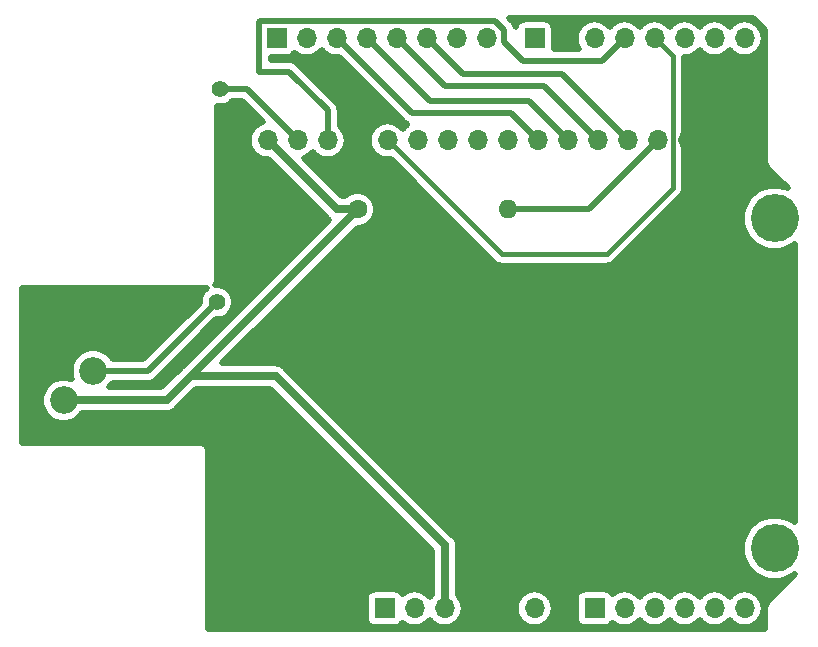
<source format=gbr>
G04 #@! TF.GenerationSoftware,KiCad,Pcbnew,5.0.2+dfsg1-1*
G04 #@! TF.CreationDate,2019-07-03T18:41:53+02:00*
G04 #@! TF.ProjectId,Ethernet_Display,45746865-726e-4657-945f-446973706c61,rev?*
G04 #@! TF.SameCoordinates,PX1170d80PY427e378*
G04 #@! TF.FileFunction,Copper,L2,Bot*
G04 #@! TF.FilePolarity,Positive*
%FSLAX46Y46*%
G04 Gerber Fmt 4.6, Leading zero omitted, Abs format (unit mm)*
G04 Created by KiCad (PCBNEW 5.0.2+dfsg1-1) date Mi 03 Jul 2019 18:41:53 CEST*
%MOMM*%
%LPD*%
G01*
G04 APERTURE LIST*
G04 #@! TA.AperFunction,ComponentPad*
%ADD10C,2.340000*%
G04 #@! TD*
G04 #@! TA.AperFunction,ComponentPad*
%ADD11O,1.600000X1.600000*%
G04 #@! TD*
G04 #@! TA.AperFunction,ComponentPad*
%ADD12C,1.600000*%
G04 #@! TD*
G04 #@! TA.AperFunction,ComponentPad*
%ADD13O,1.700000X1.700000*%
G04 #@! TD*
G04 #@! TA.AperFunction,ComponentPad*
%ADD14R,1.700000X1.700000*%
G04 #@! TD*
G04 #@! TA.AperFunction,ComponentPad*
%ADD15C,4.064000*%
G04 #@! TD*
G04 #@! TA.AperFunction,ViaPad*
%ADD16C,1.400000*%
G04 #@! TD*
G04 #@! TA.AperFunction,Conductor*
%ADD17C,0.700000*%
G04 #@! TD*
G04 #@! TA.AperFunction,Conductor*
%ADD18C,0.400000*%
G04 #@! TD*
G04 #@! TA.AperFunction,Conductor*
%ADD19C,0.500000*%
G04 #@! TD*
G04 APERTURE END LIST*
D10*
G04 #@! TO.P,RV1,3*
G04 #@! TO.N,+5V*
X5842000Y20146000D03*
G04 #@! TO.P,RV1,2*
G04 #@! TO.N,Net-(J6-Pad3)*
X8342000Y22646000D03*
G04 #@! TO.P,RV1,1*
G04 #@! TO.N,GND*
X5842000Y25146000D03*
G04 #@! TD*
D11*
G04 #@! TO.P,R1,2*
G04 #@! TO.N,Net-(J6-Pad15)*
X43434000Y36322000D03*
D12*
G04 #@! TO.P,R1,1*
G04 #@! TO.N,+5V*
X30734000Y36322000D03*
G04 #@! TD*
D13*
G04 #@! TO.P,J6,16*
G04 #@! TO.N,GND*
X58674000Y42164000D03*
G04 #@! TO.P,J6,15*
G04 #@! TO.N,Net-(J6-Pad15)*
X56134000Y42164000D03*
G04 #@! TO.P,J6,14*
G04 #@! TO.N,D2*
X53594000Y42164000D03*
G04 #@! TO.P,J6,13*
G04 #@! TO.N,D3*
X51054000Y42164000D03*
G04 #@! TO.P,J6,12*
G04 #@! TO.N,D4*
X48514000Y42164000D03*
G04 #@! TO.P,J6,11*
G04 #@! TO.N,D5*
X45974000Y42164000D03*
G04 #@! TO.P,J6,10*
G04 #@! TO.N,Net-(J6-Pad10)*
X43434000Y42164000D03*
G04 #@! TO.P,J6,9*
G04 #@! TO.N,Net-(J6-Pad9)*
X40894000Y42164000D03*
G04 #@! TO.P,J6,8*
G04 #@! TO.N,Net-(J6-Pad8)*
X38354000Y42164000D03*
G04 #@! TO.P,J6,7*
G04 #@! TO.N,Net-(J6-Pad7)*
X35814000Y42164000D03*
G04 #@! TO.P,J6,6*
G04 #@! TO.N,D11*
X33274000Y42164000D03*
G04 #@! TO.P,J6,5*
G04 #@! TO.N,GND*
X30734000Y42164000D03*
G04 #@! TO.P,J6,4*
G04 #@! TO.N,D12*
X28194000Y42164000D03*
G04 #@! TO.P,J6,3*
G04 #@! TO.N,Net-(J6-Pad3)*
X25654000Y42164000D03*
G04 #@! TO.P,J6,2*
G04 #@! TO.N,+5V*
X23114000Y42164000D03*
D14*
G04 #@! TO.P,J6,1*
G04 #@! TO.N,GND*
X20574000Y42164000D03*
G04 #@! TD*
D13*
G04 #@! TO.P,J5,8*
G04 #@! TO.N,D0*
X41657000Y50800000D03*
G04 #@! TO.P,J5,7*
G04 #@! TO.N,D1*
X39117000Y50800000D03*
G04 #@! TO.P,J5,6*
G04 #@! TO.N,D2*
X36577000Y50800000D03*
G04 #@! TO.P,J5,5*
G04 #@! TO.N,D3*
X34037000Y50800000D03*
G04 #@! TO.P,J5,4*
G04 #@! TO.N,D4*
X31497000Y50800000D03*
G04 #@! TO.P,J5,3*
G04 #@! TO.N,D5*
X28957000Y50800000D03*
G04 #@! TO.P,J5,2*
G04 #@! TO.N,D6*
X26417000Y50800000D03*
D14*
G04 #@! TO.P,J5,1*
G04 #@! TO.N,D7*
X23877000Y50800000D03*
G04 #@! TD*
D13*
G04 #@! TO.P,J4,8*
G04 #@! TO.N,D8*
X63500000Y50800000D03*
G04 #@! TO.P,J4,7*
G04 #@! TO.N,D9*
X60960000Y50800000D03*
G04 #@! TO.P,J4,6*
G04 #@! TO.N,D10*
X58420000Y50800000D03*
G04 #@! TO.P,J4,5*
G04 #@! TO.N,D11*
X55880000Y50800000D03*
G04 #@! TO.P,J4,4*
G04 #@! TO.N,D12*
X53340000Y50800000D03*
G04 #@! TO.P,J4,3*
G04 #@! TO.N,D13*
X50800000Y50800000D03*
G04 #@! TO.P,J4,2*
G04 #@! TO.N,GND*
X48260000Y50800000D03*
D14*
G04 #@! TO.P,J4,1*
G04 #@! TO.N,AREF*
X45720000Y50800000D03*
G04 #@! TD*
D13*
G04 #@! TO.P,J2,6*
G04 #@! TO.N,A5*
X63500000Y2540000D03*
G04 #@! TO.P,J2,5*
G04 #@! TO.N,A4*
X60960000Y2540000D03*
G04 #@! TO.P,J2,4*
G04 #@! TO.N,A3*
X58420000Y2540000D03*
G04 #@! TO.P,J2,3*
G04 #@! TO.N,A2*
X55880000Y2540000D03*
G04 #@! TO.P,J2,2*
G04 #@! TO.N,A1*
X53340000Y2540000D03*
D14*
G04 #@! TO.P,J2,1*
G04 #@! TO.N,A0*
X50800000Y2540000D03*
G04 #@! TD*
D13*
G04 #@! TO.P,J1,6*
G04 #@! TO.N,Vin*
X45720000Y2540000D03*
G04 #@! TO.P,J1,5*
G04 #@! TO.N,GND*
X43180000Y2540000D03*
G04 #@! TO.P,J1,4*
X40640000Y2540000D03*
G04 #@! TO.P,J1,3*
G04 #@! TO.N,+5V*
X38100000Y2540000D03*
G04 #@! TO.P,J1,2*
G04 #@! TO.N,+3V3*
X35560000Y2540000D03*
D14*
G04 #@! TO.P,J1,1*
G04 #@! TO.N,RESET*
X33020000Y2540000D03*
G04 #@! TD*
D15*
G04 #@! TO.P,P6,1*
G04 #@! TO.N,Net-(P6-Pad1)*
X66040000Y7620000D03*
G04 #@! TD*
G04 #@! TO.P,P8,1*
G04 #@! TO.N,Net-(P8-Pad1)*
X66040000Y35560000D03*
G04 #@! TD*
D16*
G04 #@! TO.N,Net-(J6-Pad3)*
X19050004Y46482000D03*
X18796000Y28448000D03*
G04 #@! TD*
D17*
G04 #@! TO.N,+5V*
X28956000Y36322000D02*
X23114000Y42164000D01*
X30734000Y36322000D02*
X28956000Y36322000D01*
X16590000Y22178000D02*
X30734000Y36322000D01*
X38100000Y2540000D02*
X38100000Y7874000D01*
X38100000Y7874000D02*
X23796000Y22178000D01*
X23796000Y22178000D02*
X16590000Y22178000D01*
X14558000Y20146000D02*
X5842000Y20146000D01*
X16590000Y22178000D02*
X14558000Y20146000D01*
D18*
G04 #@! TO.N,D11*
X42926000Y32512000D02*
X34123999Y41314001D01*
X55880000Y50800000D02*
X57404000Y49276000D01*
X34123999Y41314001D02*
X33274000Y42164000D01*
X57404000Y49276000D02*
X57404000Y38100000D01*
X57404000Y38100000D02*
X51816000Y32512000D01*
X51816000Y32512000D02*
X42926000Y32512000D01*
D19*
G04 #@! TO.N,D12*
X42377001Y52300001D02*
X22506999Y52300001D01*
X43157001Y51520001D02*
X42377001Y52300001D01*
X44743989Y48906009D02*
X43157001Y50492997D01*
X43157001Y50492997D02*
X43157001Y51520001D01*
X53340000Y50800000D02*
X51446009Y48906009D01*
X51446009Y48906009D02*
X44743989Y48906009D01*
X22506999Y52300001D02*
X22376999Y52170001D01*
X22376999Y52170001D02*
X22376999Y47981001D01*
X28194000Y42164000D02*
X28194000Y44704000D01*
X24916999Y47981001D02*
X22376999Y47981001D01*
X28194000Y44704000D02*
X24916999Y47981001D01*
G04 #@! TO.N,D2*
X37426999Y49950001D02*
X36577000Y50800000D01*
X48006000Y47752000D02*
X39625000Y47752000D01*
X39625000Y47752000D02*
X37426999Y49950001D01*
X53594000Y42164000D02*
X48006000Y47752000D01*
G04 #@! TO.N,D3*
X34886999Y49950001D02*
X34037000Y50800000D01*
X38101000Y46736000D02*
X34886999Y49950001D01*
X46482000Y46736000D02*
X38101000Y46736000D01*
X51054000Y42164000D02*
X46482000Y46736000D01*
G04 #@! TO.N,D4*
X32346999Y49950001D02*
X31497000Y50800000D01*
X36831000Y45466000D02*
X32346999Y49950001D01*
X45212000Y45466000D02*
X36831000Y45466000D01*
X48514000Y42164000D02*
X45212000Y45466000D01*
G04 #@! TO.N,D5*
X35307000Y44450000D02*
X29806999Y49950001D01*
X29806999Y49950001D02*
X28957000Y50800000D01*
X43688000Y44450000D02*
X35307000Y44450000D01*
X45974000Y42164000D02*
X43688000Y44450000D01*
G04 #@! TO.N,Net-(J6-Pad15)*
X50292000Y36322000D02*
X56134000Y42164000D01*
X43434000Y36322000D02*
X50292000Y36322000D01*
G04 #@! TO.N,Net-(J6-Pad3)*
X21336000Y46482000D02*
X20039953Y46482000D01*
X20039953Y46482000D02*
X19050004Y46482000D01*
X25654000Y42164000D02*
X21336000Y46482000D01*
X12994000Y22646000D02*
X18096001Y27748001D01*
X8342000Y22646000D02*
X12994000Y22646000D01*
X18096001Y27748001D02*
X18796000Y28448000D01*
G04 #@! TD*
G04 #@! TO.N,GND*
G36*
X65215001Y51474273D02*
X65215000Y40426513D01*
X65211010Y40386000D01*
X65215000Y40345487D01*
X65215000Y40345480D01*
X65226938Y40224273D01*
X65274112Y40068760D01*
X65350719Y39925438D01*
X65453815Y39799815D01*
X65485296Y39773979D01*
X67146307Y38112967D01*
X66851479Y38235089D01*
X66314003Y38342000D01*
X65765997Y38342000D01*
X65228521Y38235089D01*
X64722229Y38025376D01*
X64266578Y37720921D01*
X63879079Y37333422D01*
X63574624Y36877771D01*
X63364911Y36371479D01*
X63258000Y35834003D01*
X63258000Y35285997D01*
X63364911Y34748521D01*
X63574624Y34242229D01*
X63879079Y33786578D01*
X64266578Y33399079D01*
X64722229Y33094624D01*
X65228521Y32884911D01*
X65765997Y32778000D01*
X66314003Y32778000D01*
X66851479Y32884911D01*
X67357771Y33094624D01*
X67755001Y33360043D01*
X67755000Y9819957D01*
X67357771Y10085376D01*
X66851479Y10295089D01*
X66314003Y10402000D01*
X65765997Y10402000D01*
X65228521Y10295089D01*
X64722229Y10085376D01*
X64266578Y9780921D01*
X63879079Y9393422D01*
X63574624Y8937771D01*
X63364911Y8431479D01*
X63258000Y7894003D01*
X63258000Y7345997D01*
X63364911Y6808521D01*
X63574624Y6302229D01*
X63879079Y5846578D01*
X64266578Y5459079D01*
X64722229Y5154624D01*
X65228521Y4944911D01*
X65765997Y4838000D01*
X66314003Y4838000D01*
X66851479Y4944911D01*
X67357771Y5154624D01*
X67749928Y5416654D01*
X65485291Y3152016D01*
X65453816Y3126185D01*
X65350720Y3000563D01*
X65274113Y2857241D01*
X65226938Y2701728D01*
X65211010Y2540000D01*
X65215001Y2499477D01*
X65215000Y825000D01*
X18097000Y825000D01*
X18097000Y15707479D01*
X18100991Y15748000D01*
X18085062Y15909728D01*
X18037888Y16065241D01*
X17961281Y16208563D01*
X17858185Y16334185D01*
X17732563Y16437281D01*
X17589241Y16513888D01*
X17433728Y16561062D01*
X17312521Y16573000D01*
X17272000Y16576991D01*
X17231479Y16573000D01*
X2349000Y16573000D01*
X2349000Y29655000D01*
X17992472Y29655000D01*
X17871679Y29574289D01*
X17669711Y29372321D01*
X17511027Y29134833D01*
X17401723Y28870949D01*
X17346000Y28590813D01*
X17346000Y28412213D01*
X12579788Y23646000D01*
X9982986Y23646000D01*
X9833361Y23869929D01*
X9565929Y24137361D01*
X9251461Y24347482D01*
X8902043Y24492215D01*
X8531103Y24566000D01*
X8152897Y24566000D01*
X7781957Y24492215D01*
X7432539Y24347482D01*
X7118071Y24137361D01*
X6850639Y23869929D01*
X6640518Y23555461D01*
X6495785Y23206043D01*
X6422000Y22835103D01*
X6422000Y22456897D01*
X6495785Y22085957D01*
X6562070Y21925930D01*
X6402043Y21992215D01*
X6031103Y22066000D01*
X5652897Y22066000D01*
X5281957Y21992215D01*
X4932539Y21847482D01*
X4618071Y21637361D01*
X4350639Y21369929D01*
X4140518Y21055461D01*
X3995785Y20706043D01*
X3922000Y20335103D01*
X3922000Y19956897D01*
X3995785Y19585957D01*
X4140518Y19236539D01*
X4350639Y18922071D01*
X4618071Y18654639D01*
X4932539Y18444518D01*
X5281957Y18299785D01*
X5652897Y18226000D01*
X6031103Y18226000D01*
X6402043Y18299785D01*
X6751461Y18444518D01*
X7065929Y18654639D01*
X7333361Y18922071D01*
X7416168Y19046000D01*
X14503966Y19046000D01*
X14558000Y19040678D01*
X14612034Y19046000D01*
X14612036Y19046000D01*
X14773638Y19061916D01*
X14980988Y19124816D01*
X15172084Y19226958D01*
X15339581Y19364419D01*
X15374033Y19406399D01*
X17045635Y21078000D01*
X23340366Y21078000D01*
X37000001Y7418364D01*
X37000000Y3707083D01*
X36963155Y3676845D01*
X36830000Y3514595D01*
X36696845Y3676845D01*
X36453213Y3876788D01*
X36175256Y4025359D01*
X35873655Y4116849D01*
X35638597Y4140000D01*
X35481403Y4140000D01*
X35246345Y4116849D01*
X34944744Y4025359D01*
X34666787Y3876788D01*
X34523205Y3758954D01*
X34496619Y3808693D01*
X34402895Y3922895D01*
X34288693Y4016619D01*
X34158401Y4086261D01*
X34017026Y4129147D01*
X33870000Y4143628D01*
X32170000Y4143628D01*
X32022974Y4129147D01*
X31881599Y4086261D01*
X31751307Y4016619D01*
X31637105Y3922895D01*
X31543381Y3808693D01*
X31473739Y3678401D01*
X31430853Y3537026D01*
X31416372Y3390000D01*
X31416372Y1690000D01*
X31430853Y1542974D01*
X31473739Y1401599D01*
X31543381Y1271307D01*
X31637105Y1157105D01*
X31751307Y1063381D01*
X31881599Y993739D01*
X32022974Y950853D01*
X32170000Y936372D01*
X33870000Y936372D01*
X34017026Y950853D01*
X34158401Y993739D01*
X34288693Y1063381D01*
X34402895Y1157105D01*
X34496619Y1271307D01*
X34523205Y1321046D01*
X34666787Y1203212D01*
X34944744Y1054641D01*
X35246345Y963151D01*
X35481403Y940000D01*
X35638597Y940000D01*
X35873655Y963151D01*
X36175256Y1054641D01*
X36453213Y1203212D01*
X36696845Y1403155D01*
X36830000Y1565405D01*
X36963155Y1403155D01*
X37206787Y1203212D01*
X37484744Y1054641D01*
X37786345Y963151D01*
X38021403Y940000D01*
X38178597Y940000D01*
X38413655Y963151D01*
X38715256Y1054641D01*
X38993213Y1203212D01*
X39236845Y1403155D01*
X39436788Y1646787D01*
X39585359Y1924744D01*
X39676849Y2226345D01*
X39707741Y2540000D01*
X44112259Y2540000D01*
X44143151Y2226345D01*
X44234641Y1924744D01*
X44383212Y1646787D01*
X44583155Y1403155D01*
X44826787Y1203212D01*
X45104744Y1054641D01*
X45406345Y963151D01*
X45641403Y940000D01*
X45798597Y940000D01*
X46033655Y963151D01*
X46335256Y1054641D01*
X46613213Y1203212D01*
X46856845Y1403155D01*
X47056788Y1646787D01*
X47205359Y1924744D01*
X47296849Y2226345D01*
X47327741Y2540000D01*
X47296849Y2853655D01*
X47205359Y3155256D01*
X47079886Y3390000D01*
X49196372Y3390000D01*
X49196372Y1690000D01*
X49210853Y1542974D01*
X49253739Y1401599D01*
X49323381Y1271307D01*
X49417105Y1157105D01*
X49531307Y1063381D01*
X49661599Y993739D01*
X49802974Y950853D01*
X49950000Y936372D01*
X51650000Y936372D01*
X51797026Y950853D01*
X51938401Y993739D01*
X52068693Y1063381D01*
X52182895Y1157105D01*
X52276619Y1271307D01*
X52303205Y1321046D01*
X52446787Y1203212D01*
X52724744Y1054641D01*
X53026345Y963151D01*
X53261403Y940000D01*
X53418597Y940000D01*
X53653655Y963151D01*
X53955256Y1054641D01*
X54233213Y1203212D01*
X54476845Y1403155D01*
X54610000Y1565405D01*
X54743155Y1403155D01*
X54986787Y1203212D01*
X55264744Y1054641D01*
X55566345Y963151D01*
X55801403Y940000D01*
X55958597Y940000D01*
X56193655Y963151D01*
X56495256Y1054641D01*
X56773213Y1203212D01*
X57016845Y1403155D01*
X57150000Y1565405D01*
X57283155Y1403155D01*
X57526787Y1203212D01*
X57804744Y1054641D01*
X58106345Y963151D01*
X58341403Y940000D01*
X58498597Y940000D01*
X58733655Y963151D01*
X59035256Y1054641D01*
X59313213Y1203212D01*
X59556845Y1403155D01*
X59690000Y1565405D01*
X59823155Y1403155D01*
X60066787Y1203212D01*
X60344744Y1054641D01*
X60646345Y963151D01*
X60881403Y940000D01*
X61038597Y940000D01*
X61273655Y963151D01*
X61575256Y1054641D01*
X61853213Y1203212D01*
X62096845Y1403155D01*
X62230000Y1565405D01*
X62363155Y1403155D01*
X62606787Y1203212D01*
X62884744Y1054641D01*
X63186345Y963151D01*
X63421403Y940000D01*
X63578597Y940000D01*
X63813655Y963151D01*
X64115256Y1054641D01*
X64393213Y1203212D01*
X64636845Y1403155D01*
X64836788Y1646787D01*
X64985359Y1924744D01*
X65076849Y2226345D01*
X65107741Y2540000D01*
X65076849Y2853655D01*
X64985359Y3155256D01*
X64836788Y3433213D01*
X64636845Y3676845D01*
X64393213Y3876788D01*
X64115256Y4025359D01*
X63813655Y4116849D01*
X63578597Y4140000D01*
X63421403Y4140000D01*
X63186345Y4116849D01*
X62884744Y4025359D01*
X62606787Y3876788D01*
X62363155Y3676845D01*
X62230000Y3514595D01*
X62096845Y3676845D01*
X61853213Y3876788D01*
X61575256Y4025359D01*
X61273655Y4116849D01*
X61038597Y4140000D01*
X60881403Y4140000D01*
X60646345Y4116849D01*
X60344744Y4025359D01*
X60066787Y3876788D01*
X59823155Y3676845D01*
X59690000Y3514595D01*
X59556845Y3676845D01*
X59313213Y3876788D01*
X59035256Y4025359D01*
X58733655Y4116849D01*
X58498597Y4140000D01*
X58341403Y4140000D01*
X58106345Y4116849D01*
X57804744Y4025359D01*
X57526787Y3876788D01*
X57283155Y3676845D01*
X57150000Y3514595D01*
X57016845Y3676845D01*
X56773213Y3876788D01*
X56495256Y4025359D01*
X56193655Y4116849D01*
X55958597Y4140000D01*
X55801403Y4140000D01*
X55566345Y4116849D01*
X55264744Y4025359D01*
X54986787Y3876788D01*
X54743155Y3676845D01*
X54610000Y3514595D01*
X54476845Y3676845D01*
X54233213Y3876788D01*
X53955256Y4025359D01*
X53653655Y4116849D01*
X53418597Y4140000D01*
X53261403Y4140000D01*
X53026345Y4116849D01*
X52724744Y4025359D01*
X52446787Y3876788D01*
X52303205Y3758954D01*
X52276619Y3808693D01*
X52182895Y3922895D01*
X52068693Y4016619D01*
X51938401Y4086261D01*
X51797026Y4129147D01*
X51650000Y4143628D01*
X49950000Y4143628D01*
X49802974Y4129147D01*
X49661599Y4086261D01*
X49531307Y4016619D01*
X49417105Y3922895D01*
X49323381Y3808693D01*
X49253739Y3678401D01*
X49210853Y3537026D01*
X49196372Y3390000D01*
X47079886Y3390000D01*
X47056788Y3433213D01*
X46856845Y3676845D01*
X46613213Y3876788D01*
X46335256Y4025359D01*
X46033655Y4116849D01*
X45798597Y4140000D01*
X45641403Y4140000D01*
X45406345Y4116849D01*
X45104744Y4025359D01*
X44826787Y3876788D01*
X44583155Y3676845D01*
X44383212Y3433213D01*
X44234641Y3155256D01*
X44143151Y2853655D01*
X44112259Y2540000D01*
X39707741Y2540000D01*
X39676849Y2853655D01*
X39585359Y3155256D01*
X39436788Y3433213D01*
X39236845Y3676845D01*
X39200000Y3707083D01*
X39200000Y7819966D01*
X39205322Y7874000D01*
X39200000Y7928036D01*
X39184084Y8089638D01*
X39121184Y8296988D01*
X39019042Y8488084D01*
X38881581Y8655581D01*
X38839606Y8690029D01*
X24612033Y22917601D01*
X24577581Y22959581D01*
X24410084Y23097042D01*
X24218988Y23199184D01*
X24011638Y23262084D01*
X23850036Y23278000D01*
X23850034Y23278000D01*
X23796000Y23283322D01*
X23741966Y23278000D01*
X19245634Y23278000D01*
X30739634Y34772000D01*
X30886662Y34772000D01*
X31186118Y34831565D01*
X31468200Y34948408D01*
X31722068Y35118036D01*
X31937964Y35333932D01*
X32107592Y35587800D01*
X32224435Y35869882D01*
X32284000Y36169338D01*
X32284000Y36474662D01*
X32224435Y36774118D01*
X32107592Y37056200D01*
X31937964Y37310068D01*
X31722068Y37525964D01*
X31468200Y37695592D01*
X31186118Y37812435D01*
X30886662Y37872000D01*
X30581338Y37872000D01*
X30281882Y37812435D01*
X29999800Y37695592D01*
X29745932Y37525964D01*
X29641968Y37422000D01*
X29411634Y37422000D01*
X26181587Y40652047D01*
X26269256Y40678641D01*
X26547213Y40827212D01*
X26790845Y41027155D01*
X26924000Y41189405D01*
X27057155Y41027155D01*
X27300787Y40827212D01*
X27578744Y40678641D01*
X27880345Y40587151D01*
X28115403Y40564000D01*
X28272597Y40564000D01*
X28507655Y40587151D01*
X28809256Y40678641D01*
X29087213Y40827212D01*
X29330845Y41027155D01*
X29530788Y41270787D01*
X29679359Y41548744D01*
X29770849Y41850345D01*
X29801741Y42164000D01*
X29770849Y42477655D01*
X29679359Y42779256D01*
X29530788Y43057213D01*
X29330845Y43300845D01*
X29194000Y43413150D01*
X29194000Y44654883D01*
X29198838Y44704001D01*
X29185981Y44834535D01*
X29179530Y44900034D01*
X29122349Y45088535D01*
X29029492Y45262258D01*
X28904528Y45414528D01*
X28866368Y45445845D01*
X25658848Y48653364D01*
X25627527Y48691529D01*
X25475257Y48816493D01*
X25301534Y48909350D01*
X25113033Y48966531D01*
X24966119Y48981001D01*
X24916999Y48985839D01*
X24867879Y48981001D01*
X23376999Y48981001D01*
X23376999Y49196372D01*
X24727000Y49196372D01*
X24874026Y49210853D01*
X25015401Y49253739D01*
X25145693Y49323381D01*
X25259895Y49417105D01*
X25353619Y49531307D01*
X25380205Y49581046D01*
X25523787Y49463212D01*
X25801744Y49314641D01*
X26103345Y49223151D01*
X26338403Y49200000D01*
X26495597Y49200000D01*
X26730655Y49223151D01*
X27032256Y49314641D01*
X27310213Y49463212D01*
X27553845Y49663155D01*
X27687000Y49825405D01*
X27820155Y49663155D01*
X28063787Y49463212D01*
X28341744Y49314641D01*
X28643345Y49223151D01*
X28878403Y49200000D01*
X29035597Y49200000D01*
X29133176Y49209611D01*
X29134625Y49208162D01*
X29134631Y49208157D01*
X34565155Y43777632D01*
X34596472Y43739472D01*
X34748742Y43614508D01*
X34922465Y43521651D01*
X34946295Y43514422D01*
X34920787Y43500788D01*
X34677155Y43300845D01*
X34544000Y43138595D01*
X34410845Y43300845D01*
X34167213Y43500788D01*
X33889256Y43649359D01*
X33587655Y43740849D01*
X33352597Y43764000D01*
X33195403Y43764000D01*
X32960345Y43740849D01*
X32658744Y43649359D01*
X32380787Y43500788D01*
X32137155Y43300845D01*
X31937212Y43057213D01*
X31788641Y42779256D01*
X31697151Y42477655D01*
X31666259Y42164000D01*
X31697151Y41850345D01*
X31788641Y41548744D01*
X31937212Y41270787D01*
X32137155Y41027155D01*
X32380787Y40827212D01*
X32658744Y40678641D01*
X32960345Y40587151D01*
X33195403Y40564000D01*
X33352597Y40564000D01*
X33514547Y40579951D01*
X42221254Y31873243D01*
X42250999Y31836999D01*
X42287242Y31807255D01*
X42287245Y31807252D01*
X42364951Y31743480D01*
X42395655Y31718282D01*
X42560692Y31630068D01*
X42739768Y31575746D01*
X42879335Y31562000D01*
X42879345Y31562000D01*
X42925999Y31557405D01*
X42972654Y31562000D01*
X51769346Y31562000D01*
X51816000Y31557405D01*
X51862654Y31562000D01*
X51862665Y31562000D01*
X52002232Y31575746D01*
X52181308Y31630068D01*
X52346345Y31718282D01*
X52491001Y31836999D01*
X52520750Y31873248D01*
X58042757Y37395254D01*
X58079001Y37424999D01*
X58161862Y37525964D01*
X58197717Y37569654D01*
X58223031Y37617013D01*
X58285932Y37734692D01*
X58340254Y37913768D01*
X58354000Y38053335D01*
X58354000Y38053344D01*
X58358595Y38099999D01*
X58354000Y38146654D01*
X58354000Y49200000D01*
X58498597Y49200000D01*
X58733655Y49223151D01*
X59035256Y49314641D01*
X59313213Y49463212D01*
X59556845Y49663155D01*
X59690000Y49825405D01*
X59823155Y49663155D01*
X60066787Y49463212D01*
X60344744Y49314641D01*
X60646345Y49223151D01*
X60881403Y49200000D01*
X61038597Y49200000D01*
X61273655Y49223151D01*
X61575256Y49314641D01*
X61853213Y49463212D01*
X62096845Y49663155D01*
X62230000Y49825405D01*
X62363155Y49663155D01*
X62606787Y49463212D01*
X62884744Y49314641D01*
X63186345Y49223151D01*
X63421403Y49200000D01*
X63578597Y49200000D01*
X63813655Y49223151D01*
X64115256Y49314641D01*
X64393213Y49463212D01*
X64636845Y49663155D01*
X64836788Y49906787D01*
X64985359Y50184744D01*
X65076849Y50486345D01*
X65107741Y50800000D01*
X65076849Y51113655D01*
X64985359Y51415256D01*
X64836788Y51693213D01*
X64636845Y51936845D01*
X64393213Y52136788D01*
X64115256Y52285359D01*
X63813655Y52376849D01*
X63578597Y52400000D01*
X63421403Y52400000D01*
X63186345Y52376849D01*
X62884744Y52285359D01*
X62606787Y52136788D01*
X62363155Y51936845D01*
X62230000Y51774595D01*
X62096845Y51936845D01*
X61853213Y52136788D01*
X61575256Y52285359D01*
X61273655Y52376849D01*
X61038597Y52400000D01*
X60881403Y52400000D01*
X60646345Y52376849D01*
X60344744Y52285359D01*
X60066787Y52136788D01*
X59823155Y51936845D01*
X59690000Y51774595D01*
X59556845Y51936845D01*
X59313213Y52136788D01*
X59035256Y52285359D01*
X58733655Y52376849D01*
X58498597Y52400000D01*
X58341403Y52400000D01*
X58106345Y52376849D01*
X57804744Y52285359D01*
X57526787Y52136788D01*
X57283155Y51936845D01*
X57150000Y51774595D01*
X57016845Y51936845D01*
X56773213Y52136788D01*
X56495256Y52285359D01*
X56193655Y52376849D01*
X55958597Y52400000D01*
X55801403Y52400000D01*
X55566345Y52376849D01*
X55264744Y52285359D01*
X54986787Y52136788D01*
X54743155Y51936845D01*
X54610000Y51774595D01*
X54476845Y51936845D01*
X54233213Y52136788D01*
X53955256Y52285359D01*
X53653655Y52376849D01*
X53418597Y52400000D01*
X53261403Y52400000D01*
X53026345Y52376849D01*
X52724744Y52285359D01*
X52446787Y52136788D01*
X52203155Y51936845D01*
X52070000Y51774595D01*
X51936845Y51936845D01*
X51693213Y52136788D01*
X51415256Y52285359D01*
X51113655Y52376849D01*
X50878597Y52400000D01*
X50721403Y52400000D01*
X50486345Y52376849D01*
X50184744Y52285359D01*
X49906787Y52136788D01*
X49663155Y51936845D01*
X49463212Y51693213D01*
X49314641Y51415256D01*
X49223151Y51113655D01*
X49192259Y50800000D01*
X49223151Y50486345D01*
X49314641Y50184744D01*
X49463212Y49906787D01*
X49463850Y49906009D01*
X47319295Y49906009D01*
X47323628Y49950000D01*
X47323628Y51650000D01*
X47309147Y51797026D01*
X47266261Y51938401D01*
X47196619Y52068693D01*
X47102895Y52182895D01*
X46988693Y52276619D01*
X46858401Y52346261D01*
X46717026Y52389147D01*
X46570000Y52403628D01*
X44870000Y52403628D01*
X44722974Y52389147D01*
X44581599Y52346261D01*
X44451307Y52276619D01*
X44337105Y52182895D01*
X44243381Y52068693D01*
X44173739Y51938401D01*
X44130853Y51797026D01*
X44127694Y51764948D01*
X44085350Y51904536D01*
X43992493Y52078259D01*
X43898841Y52192375D01*
X43867529Y52230529D01*
X43829374Y52261842D01*
X43576215Y52515000D01*
X64174275Y52515000D01*
X65215001Y51474273D01*
X65215001Y51474273D01*
G37*
X65215001Y51474273D02*
X65215000Y40426513D01*
X65211010Y40386000D01*
X65215000Y40345487D01*
X65215000Y40345480D01*
X65226938Y40224273D01*
X65274112Y40068760D01*
X65350719Y39925438D01*
X65453815Y39799815D01*
X65485296Y39773979D01*
X67146307Y38112967D01*
X66851479Y38235089D01*
X66314003Y38342000D01*
X65765997Y38342000D01*
X65228521Y38235089D01*
X64722229Y38025376D01*
X64266578Y37720921D01*
X63879079Y37333422D01*
X63574624Y36877771D01*
X63364911Y36371479D01*
X63258000Y35834003D01*
X63258000Y35285997D01*
X63364911Y34748521D01*
X63574624Y34242229D01*
X63879079Y33786578D01*
X64266578Y33399079D01*
X64722229Y33094624D01*
X65228521Y32884911D01*
X65765997Y32778000D01*
X66314003Y32778000D01*
X66851479Y32884911D01*
X67357771Y33094624D01*
X67755001Y33360043D01*
X67755000Y9819957D01*
X67357771Y10085376D01*
X66851479Y10295089D01*
X66314003Y10402000D01*
X65765997Y10402000D01*
X65228521Y10295089D01*
X64722229Y10085376D01*
X64266578Y9780921D01*
X63879079Y9393422D01*
X63574624Y8937771D01*
X63364911Y8431479D01*
X63258000Y7894003D01*
X63258000Y7345997D01*
X63364911Y6808521D01*
X63574624Y6302229D01*
X63879079Y5846578D01*
X64266578Y5459079D01*
X64722229Y5154624D01*
X65228521Y4944911D01*
X65765997Y4838000D01*
X66314003Y4838000D01*
X66851479Y4944911D01*
X67357771Y5154624D01*
X67749928Y5416654D01*
X65485291Y3152016D01*
X65453816Y3126185D01*
X65350720Y3000563D01*
X65274113Y2857241D01*
X65226938Y2701728D01*
X65211010Y2540000D01*
X65215001Y2499477D01*
X65215000Y825000D01*
X18097000Y825000D01*
X18097000Y15707479D01*
X18100991Y15748000D01*
X18085062Y15909728D01*
X18037888Y16065241D01*
X17961281Y16208563D01*
X17858185Y16334185D01*
X17732563Y16437281D01*
X17589241Y16513888D01*
X17433728Y16561062D01*
X17312521Y16573000D01*
X17272000Y16576991D01*
X17231479Y16573000D01*
X2349000Y16573000D01*
X2349000Y29655000D01*
X17992472Y29655000D01*
X17871679Y29574289D01*
X17669711Y29372321D01*
X17511027Y29134833D01*
X17401723Y28870949D01*
X17346000Y28590813D01*
X17346000Y28412213D01*
X12579788Y23646000D01*
X9982986Y23646000D01*
X9833361Y23869929D01*
X9565929Y24137361D01*
X9251461Y24347482D01*
X8902043Y24492215D01*
X8531103Y24566000D01*
X8152897Y24566000D01*
X7781957Y24492215D01*
X7432539Y24347482D01*
X7118071Y24137361D01*
X6850639Y23869929D01*
X6640518Y23555461D01*
X6495785Y23206043D01*
X6422000Y22835103D01*
X6422000Y22456897D01*
X6495785Y22085957D01*
X6562070Y21925930D01*
X6402043Y21992215D01*
X6031103Y22066000D01*
X5652897Y22066000D01*
X5281957Y21992215D01*
X4932539Y21847482D01*
X4618071Y21637361D01*
X4350639Y21369929D01*
X4140518Y21055461D01*
X3995785Y20706043D01*
X3922000Y20335103D01*
X3922000Y19956897D01*
X3995785Y19585957D01*
X4140518Y19236539D01*
X4350639Y18922071D01*
X4618071Y18654639D01*
X4932539Y18444518D01*
X5281957Y18299785D01*
X5652897Y18226000D01*
X6031103Y18226000D01*
X6402043Y18299785D01*
X6751461Y18444518D01*
X7065929Y18654639D01*
X7333361Y18922071D01*
X7416168Y19046000D01*
X14503966Y19046000D01*
X14558000Y19040678D01*
X14612034Y19046000D01*
X14612036Y19046000D01*
X14773638Y19061916D01*
X14980988Y19124816D01*
X15172084Y19226958D01*
X15339581Y19364419D01*
X15374033Y19406399D01*
X17045635Y21078000D01*
X23340366Y21078000D01*
X37000001Y7418364D01*
X37000000Y3707083D01*
X36963155Y3676845D01*
X36830000Y3514595D01*
X36696845Y3676845D01*
X36453213Y3876788D01*
X36175256Y4025359D01*
X35873655Y4116849D01*
X35638597Y4140000D01*
X35481403Y4140000D01*
X35246345Y4116849D01*
X34944744Y4025359D01*
X34666787Y3876788D01*
X34523205Y3758954D01*
X34496619Y3808693D01*
X34402895Y3922895D01*
X34288693Y4016619D01*
X34158401Y4086261D01*
X34017026Y4129147D01*
X33870000Y4143628D01*
X32170000Y4143628D01*
X32022974Y4129147D01*
X31881599Y4086261D01*
X31751307Y4016619D01*
X31637105Y3922895D01*
X31543381Y3808693D01*
X31473739Y3678401D01*
X31430853Y3537026D01*
X31416372Y3390000D01*
X31416372Y1690000D01*
X31430853Y1542974D01*
X31473739Y1401599D01*
X31543381Y1271307D01*
X31637105Y1157105D01*
X31751307Y1063381D01*
X31881599Y993739D01*
X32022974Y950853D01*
X32170000Y936372D01*
X33870000Y936372D01*
X34017026Y950853D01*
X34158401Y993739D01*
X34288693Y1063381D01*
X34402895Y1157105D01*
X34496619Y1271307D01*
X34523205Y1321046D01*
X34666787Y1203212D01*
X34944744Y1054641D01*
X35246345Y963151D01*
X35481403Y940000D01*
X35638597Y940000D01*
X35873655Y963151D01*
X36175256Y1054641D01*
X36453213Y1203212D01*
X36696845Y1403155D01*
X36830000Y1565405D01*
X36963155Y1403155D01*
X37206787Y1203212D01*
X37484744Y1054641D01*
X37786345Y963151D01*
X38021403Y940000D01*
X38178597Y940000D01*
X38413655Y963151D01*
X38715256Y1054641D01*
X38993213Y1203212D01*
X39236845Y1403155D01*
X39436788Y1646787D01*
X39585359Y1924744D01*
X39676849Y2226345D01*
X39707741Y2540000D01*
X44112259Y2540000D01*
X44143151Y2226345D01*
X44234641Y1924744D01*
X44383212Y1646787D01*
X44583155Y1403155D01*
X44826787Y1203212D01*
X45104744Y1054641D01*
X45406345Y963151D01*
X45641403Y940000D01*
X45798597Y940000D01*
X46033655Y963151D01*
X46335256Y1054641D01*
X46613213Y1203212D01*
X46856845Y1403155D01*
X47056788Y1646787D01*
X47205359Y1924744D01*
X47296849Y2226345D01*
X47327741Y2540000D01*
X47296849Y2853655D01*
X47205359Y3155256D01*
X47079886Y3390000D01*
X49196372Y3390000D01*
X49196372Y1690000D01*
X49210853Y1542974D01*
X49253739Y1401599D01*
X49323381Y1271307D01*
X49417105Y1157105D01*
X49531307Y1063381D01*
X49661599Y993739D01*
X49802974Y950853D01*
X49950000Y936372D01*
X51650000Y936372D01*
X51797026Y950853D01*
X51938401Y993739D01*
X52068693Y1063381D01*
X52182895Y1157105D01*
X52276619Y1271307D01*
X52303205Y1321046D01*
X52446787Y1203212D01*
X52724744Y1054641D01*
X53026345Y963151D01*
X53261403Y940000D01*
X53418597Y940000D01*
X53653655Y963151D01*
X53955256Y1054641D01*
X54233213Y1203212D01*
X54476845Y1403155D01*
X54610000Y1565405D01*
X54743155Y1403155D01*
X54986787Y1203212D01*
X55264744Y1054641D01*
X55566345Y963151D01*
X55801403Y940000D01*
X55958597Y940000D01*
X56193655Y963151D01*
X56495256Y1054641D01*
X56773213Y1203212D01*
X57016845Y1403155D01*
X57150000Y1565405D01*
X57283155Y1403155D01*
X57526787Y1203212D01*
X57804744Y1054641D01*
X58106345Y963151D01*
X58341403Y940000D01*
X58498597Y940000D01*
X58733655Y963151D01*
X59035256Y1054641D01*
X59313213Y1203212D01*
X59556845Y1403155D01*
X59690000Y1565405D01*
X59823155Y1403155D01*
X60066787Y1203212D01*
X60344744Y1054641D01*
X60646345Y963151D01*
X60881403Y940000D01*
X61038597Y940000D01*
X61273655Y963151D01*
X61575256Y1054641D01*
X61853213Y1203212D01*
X62096845Y1403155D01*
X62230000Y1565405D01*
X62363155Y1403155D01*
X62606787Y1203212D01*
X62884744Y1054641D01*
X63186345Y963151D01*
X63421403Y940000D01*
X63578597Y940000D01*
X63813655Y963151D01*
X64115256Y1054641D01*
X64393213Y1203212D01*
X64636845Y1403155D01*
X64836788Y1646787D01*
X64985359Y1924744D01*
X65076849Y2226345D01*
X65107741Y2540000D01*
X65076849Y2853655D01*
X64985359Y3155256D01*
X64836788Y3433213D01*
X64636845Y3676845D01*
X64393213Y3876788D01*
X64115256Y4025359D01*
X63813655Y4116849D01*
X63578597Y4140000D01*
X63421403Y4140000D01*
X63186345Y4116849D01*
X62884744Y4025359D01*
X62606787Y3876788D01*
X62363155Y3676845D01*
X62230000Y3514595D01*
X62096845Y3676845D01*
X61853213Y3876788D01*
X61575256Y4025359D01*
X61273655Y4116849D01*
X61038597Y4140000D01*
X60881403Y4140000D01*
X60646345Y4116849D01*
X60344744Y4025359D01*
X60066787Y3876788D01*
X59823155Y3676845D01*
X59690000Y3514595D01*
X59556845Y3676845D01*
X59313213Y3876788D01*
X59035256Y4025359D01*
X58733655Y4116849D01*
X58498597Y4140000D01*
X58341403Y4140000D01*
X58106345Y4116849D01*
X57804744Y4025359D01*
X57526787Y3876788D01*
X57283155Y3676845D01*
X57150000Y3514595D01*
X57016845Y3676845D01*
X56773213Y3876788D01*
X56495256Y4025359D01*
X56193655Y4116849D01*
X55958597Y4140000D01*
X55801403Y4140000D01*
X55566345Y4116849D01*
X55264744Y4025359D01*
X54986787Y3876788D01*
X54743155Y3676845D01*
X54610000Y3514595D01*
X54476845Y3676845D01*
X54233213Y3876788D01*
X53955256Y4025359D01*
X53653655Y4116849D01*
X53418597Y4140000D01*
X53261403Y4140000D01*
X53026345Y4116849D01*
X52724744Y4025359D01*
X52446787Y3876788D01*
X52303205Y3758954D01*
X52276619Y3808693D01*
X52182895Y3922895D01*
X52068693Y4016619D01*
X51938401Y4086261D01*
X51797026Y4129147D01*
X51650000Y4143628D01*
X49950000Y4143628D01*
X49802974Y4129147D01*
X49661599Y4086261D01*
X49531307Y4016619D01*
X49417105Y3922895D01*
X49323381Y3808693D01*
X49253739Y3678401D01*
X49210853Y3537026D01*
X49196372Y3390000D01*
X47079886Y3390000D01*
X47056788Y3433213D01*
X46856845Y3676845D01*
X46613213Y3876788D01*
X46335256Y4025359D01*
X46033655Y4116849D01*
X45798597Y4140000D01*
X45641403Y4140000D01*
X45406345Y4116849D01*
X45104744Y4025359D01*
X44826787Y3876788D01*
X44583155Y3676845D01*
X44383212Y3433213D01*
X44234641Y3155256D01*
X44143151Y2853655D01*
X44112259Y2540000D01*
X39707741Y2540000D01*
X39676849Y2853655D01*
X39585359Y3155256D01*
X39436788Y3433213D01*
X39236845Y3676845D01*
X39200000Y3707083D01*
X39200000Y7819966D01*
X39205322Y7874000D01*
X39200000Y7928036D01*
X39184084Y8089638D01*
X39121184Y8296988D01*
X39019042Y8488084D01*
X38881581Y8655581D01*
X38839606Y8690029D01*
X24612033Y22917601D01*
X24577581Y22959581D01*
X24410084Y23097042D01*
X24218988Y23199184D01*
X24011638Y23262084D01*
X23850036Y23278000D01*
X23850034Y23278000D01*
X23796000Y23283322D01*
X23741966Y23278000D01*
X19245634Y23278000D01*
X30739634Y34772000D01*
X30886662Y34772000D01*
X31186118Y34831565D01*
X31468200Y34948408D01*
X31722068Y35118036D01*
X31937964Y35333932D01*
X32107592Y35587800D01*
X32224435Y35869882D01*
X32284000Y36169338D01*
X32284000Y36474662D01*
X32224435Y36774118D01*
X32107592Y37056200D01*
X31937964Y37310068D01*
X31722068Y37525964D01*
X31468200Y37695592D01*
X31186118Y37812435D01*
X30886662Y37872000D01*
X30581338Y37872000D01*
X30281882Y37812435D01*
X29999800Y37695592D01*
X29745932Y37525964D01*
X29641968Y37422000D01*
X29411634Y37422000D01*
X26181587Y40652047D01*
X26269256Y40678641D01*
X26547213Y40827212D01*
X26790845Y41027155D01*
X26924000Y41189405D01*
X27057155Y41027155D01*
X27300787Y40827212D01*
X27578744Y40678641D01*
X27880345Y40587151D01*
X28115403Y40564000D01*
X28272597Y40564000D01*
X28507655Y40587151D01*
X28809256Y40678641D01*
X29087213Y40827212D01*
X29330845Y41027155D01*
X29530788Y41270787D01*
X29679359Y41548744D01*
X29770849Y41850345D01*
X29801741Y42164000D01*
X29770849Y42477655D01*
X29679359Y42779256D01*
X29530788Y43057213D01*
X29330845Y43300845D01*
X29194000Y43413150D01*
X29194000Y44654883D01*
X29198838Y44704001D01*
X29185981Y44834535D01*
X29179530Y44900034D01*
X29122349Y45088535D01*
X29029492Y45262258D01*
X28904528Y45414528D01*
X28866368Y45445845D01*
X25658848Y48653364D01*
X25627527Y48691529D01*
X25475257Y48816493D01*
X25301534Y48909350D01*
X25113033Y48966531D01*
X24966119Y48981001D01*
X24916999Y48985839D01*
X24867879Y48981001D01*
X23376999Y48981001D01*
X23376999Y49196372D01*
X24727000Y49196372D01*
X24874026Y49210853D01*
X25015401Y49253739D01*
X25145693Y49323381D01*
X25259895Y49417105D01*
X25353619Y49531307D01*
X25380205Y49581046D01*
X25523787Y49463212D01*
X25801744Y49314641D01*
X26103345Y49223151D01*
X26338403Y49200000D01*
X26495597Y49200000D01*
X26730655Y49223151D01*
X27032256Y49314641D01*
X27310213Y49463212D01*
X27553845Y49663155D01*
X27687000Y49825405D01*
X27820155Y49663155D01*
X28063787Y49463212D01*
X28341744Y49314641D01*
X28643345Y49223151D01*
X28878403Y49200000D01*
X29035597Y49200000D01*
X29133176Y49209611D01*
X29134625Y49208162D01*
X29134631Y49208157D01*
X34565155Y43777632D01*
X34596472Y43739472D01*
X34748742Y43614508D01*
X34922465Y43521651D01*
X34946295Y43514422D01*
X34920787Y43500788D01*
X34677155Y43300845D01*
X34544000Y43138595D01*
X34410845Y43300845D01*
X34167213Y43500788D01*
X33889256Y43649359D01*
X33587655Y43740849D01*
X33352597Y43764000D01*
X33195403Y43764000D01*
X32960345Y43740849D01*
X32658744Y43649359D01*
X32380787Y43500788D01*
X32137155Y43300845D01*
X31937212Y43057213D01*
X31788641Y42779256D01*
X31697151Y42477655D01*
X31666259Y42164000D01*
X31697151Y41850345D01*
X31788641Y41548744D01*
X31937212Y41270787D01*
X32137155Y41027155D01*
X32380787Y40827212D01*
X32658744Y40678641D01*
X32960345Y40587151D01*
X33195403Y40564000D01*
X33352597Y40564000D01*
X33514547Y40579951D01*
X42221254Y31873243D01*
X42250999Y31836999D01*
X42287242Y31807255D01*
X42287245Y31807252D01*
X42364951Y31743480D01*
X42395655Y31718282D01*
X42560692Y31630068D01*
X42739768Y31575746D01*
X42879335Y31562000D01*
X42879345Y31562000D01*
X42925999Y31557405D01*
X42972654Y31562000D01*
X51769346Y31562000D01*
X51816000Y31557405D01*
X51862654Y31562000D01*
X51862665Y31562000D01*
X52002232Y31575746D01*
X52181308Y31630068D01*
X52346345Y31718282D01*
X52491001Y31836999D01*
X52520750Y31873248D01*
X58042757Y37395254D01*
X58079001Y37424999D01*
X58161862Y37525964D01*
X58197717Y37569654D01*
X58223031Y37617013D01*
X58285932Y37734692D01*
X58340254Y37913768D01*
X58354000Y38053335D01*
X58354000Y38053344D01*
X58358595Y38099999D01*
X58354000Y38146654D01*
X58354000Y49200000D01*
X58498597Y49200000D01*
X58733655Y49223151D01*
X59035256Y49314641D01*
X59313213Y49463212D01*
X59556845Y49663155D01*
X59690000Y49825405D01*
X59823155Y49663155D01*
X60066787Y49463212D01*
X60344744Y49314641D01*
X60646345Y49223151D01*
X60881403Y49200000D01*
X61038597Y49200000D01*
X61273655Y49223151D01*
X61575256Y49314641D01*
X61853213Y49463212D01*
X62096845Y49663155D01*
X62230000Y49825405D01*
X62363155Y49663155D01*
X62606787Y49463212D01*
X62884744Y49314641D01*
X63186345Y49223151D01*
X63421403Y49200000D01*
X63578597Y49200000D01*
X63813655Y49223151D01*
X64115256Y49314641D01*
X64393213Y49463212D01*
X64636845Y49663155D01*
X64836788Y49906787D01*
X64985359Y50184744D01*
X65076849Y50486345D01*
X65107741Y50800000D01*
X65076849Y51113655D01*
X64985359Y51415256D01*
X64836788Y51693213D01*
X64636845Y51936845D01*
X64393213Y52136788D01*
X64115256Y52285359D01*
X63813655Y52376849D01*
X63578597Y52400000D01*
X63421403Y52400000D01*
X63186345Y52376849D01*
X62884744Y52285359D01*
X62606787Y52136788D01*
X62363155Y51936845D01*
X62230000Y51774595D01*
X62096845Y51936845D01*
X61853213Y52136788D01*
X61575256Y52285359D01*
X61273655Y52376849D01*
X61038597Y52400000D01*
X60881403Y52400000D01*
X60646345Y52376849D01*
X60344744Y52285359D01*
X60066787Y52136788D01*
X59823155Y51936845D01*
X59690000Y51774595D01*
X59556845Y51936845D01*
X59313213Y52136788D01*
X59035256Y52285359D01*
X58733655Y52376849D01*
X58498597Y52400000D01*
X58341403Y52400000D01*
X58106345Y52376849D01*
X57804744Y52285359D01*
X57526787Y52136788D01*
X57283155Y51936845D01*
X57150000Y51774595D01*
X57016845Y51936845D01*
X56773213Y52136788D01*
X56495256Y52285359D01*
X56193655Y52376849D01*
X55958597Y52400000D01*
X55801403Y52400000D01*
X55566345Y52376849D01*
X55264744Y52285359D01*
X54986787Y52136788D01*
X54743155Y51936845D01*
X54610000Y51774595D01*
X54476845Y51936845D01*
X54233213Y52136788D01*
X53955256Y52285359D01*
X53653655Y52376849D01*
X53418597Y52400000D01*
X53261403Y52400000D01*
X53026345Y52376849D01*
X52724744Y52285359D01*
X52446787Y52136788D01*
X52203155Y51936845D01*
X52070000Y51774595D01*
X51936845Y51936845D01*
X51693213Y52136788D01*
X51415256Y52285359D01*
X51113655Y52376849D01*
X50878597Y52400000D01*
X50721403Y52400000D01*
X50486345Y52376849D01*
X50184744Y52285359D01*
X49906787Y52136788D01*
X49663155Y51936845D01*
X49463212Y51693213D01*
X49314641Y51415256D01*
X49223151Y51113655D01*
X49192259Y50800000D01*
X49223151Y50486345D01*
X49314641Y50184744D01*
X49463212Y49906787D01*
X49463850Y49906009D01*
X47319295Y49906009D01*
X47323628Y49950000D01*
X47323628Y51650000D01*
X47309147Y51797026D01*
X47266261Y51938401D01*
X47196619Y52068693D01*
X47102895Y52182895D01*
X46988693Y52276619D01*
X46858401Y52346261D01*
X46717026Y52389147D01*
X46570000Y52403628D01*
X44870000Y52403628D01*
X44722974Y52389147D01*
X44581599Y52346261D01*
X44451307Y52276619D01*
X44337105Y52182895D01*
X44243381Y52068693D01*
X44173739Y51938401D01*
X44130853Y51797026D01*
X44127694Y51764948D01*
X44085350Y51904536D01*
X43992493Y52078259D01*
X43898841Y52192375D01*
X43867529Y52230529D01*
X43829374Y52261842D01*
X43576215Y52515000D01*
X64174275Y52515000D01*
X65215001Y51474273D01*
G36*
X22694919Y43708868D02*
X22498744Y43649359D01*
X22220787Y43500788D01*
X21977155Y43300845D01*
X21777212Y43057213D01*
X21628641Y42779256D01*
X21537151Y42477655D01*
X21506259Y42164000D01*
X21537151Y41850345D01*
X21628641Y41548744D01*
X21777212Y41270787D01*
X21977155Y41027155D01*
X22220787Y40827212D01*
X22498744Y40678641D01*
X22800345Y40587151D01*
X23035403Y40564000D01*
X23158366Y40564000D01*
X28139967Y35582399D01*
X28174419Y35540419D01*
X28296553Y35440187D01*
X15850399Y22994033D01*
X15808419Y22959581D01*
X15773973Y22917608D01*
X14102366Y21246000D01*
X9657290Y21246000D01*
X9833361Y21422071D01*
X9982986Y21646000D01*
X12944880Y21646000D01*
X12994000Y21641162D01*
X13043120Y21646000D01*
X13190034Y21660470D01*
X13378535Y21717651D01*
X13552258Y21810508D01*
X13704528Y21935472D01*
X13735849Y21973637D01*
X18760213Y26998000D01*
X18938813Y26998000D01*
X19218949Y27053723D01*
X19482833Y27163027D01*
X19720321Y27321711D01*
X19922289Y27523679D01*
X20080973Y27761167D01*
X20190277Y28025051D01*
X20246000Y28305187D01*
X20246000Y28590813D01*
X20190277Y28870949D01*
X20080973Y29134833D01*
X19922289Y29372321D01*
X19720321Y29574289D01*
X19482833Y29732973D01*
X19218949Y29842277D01*
X18938813Y29898000D01*
X18653187Y29898000D01*
X18616358Y29890674D01*
X18620185Y29893815D01*
X18723281Y30019437D01*
X18799888Y30162759D01*
X18847062Y30318272D01*
X18859000Y30439479D01*
X18862991Y30480000D01*
X18859000Y30520521D01*
X18859000Y45041586D01*
X18907191Y45032000D01*
X19192817Y45032000D01*
X19472953Y45087723D01*
X19736837Y45197027D01*
X19974325Y45355711D01*
X20100614Y45482000D01*
X20921788Y45482000D01*
X22694919Y43708868D01*
X22694919Y43708868D01*
G37*
X22694919Y43708868D02*
X22498744Y43649359D01*
X22220787Y43500788D01*
X21977155Y43300845D01*
X21777212Y43057213D01*
X21628641Y42779256D01*
X21537151Y42477655D01*
X21506259Y42164000D01*
X21537151Y41850345D01*
X21628641Y41548744D01*
X21777212Y41270787D01*
X21977155Y41027155D01*
X22220787Y40827212D01*
X22498744Y40678641D01*
X22800345Y40587151D01*
X23035403Y40564000D01*
X23158366Y40564000D01*
X28139967Y35582399D01*
X28174419Y35540419D01*
X28296553Y35440187D01*
X15850399Y22994033D01*
X15808419Y22959581D01*
X15773973Y22917608D01*
X14102366Y21246000D01*
X9657290Y21246000D01*
X9833361Y21422071D01*
X9982986Y21646000D01*
X12944880Y21646000D01*
X12994000Y21641162D01*
X13043120Y21646000D01*
X13190034Y21660470D01*
X13378535Y21717651D01*
X13552258Y21810508D01*
X13704528Y21935472D01*
X13735849Y21973637D01*
X18760213Y26998000D01*
X18938813Y26998000D01*
X19218949Y27053723D01*
X19482833Y27163027D01*
X19720321Y27321711D01*
X19922289Y27523679D01*
X20080973Y27761167D01*
X20190277Y28025051D01*
X20246000Y28305187D01*
X20246000Y28590813D01*
X20190277Y28870949D01*
X20080973Y29134833D01*
X19922289Y29372321D01*
X19720321Y29574289D01*
X19482833Y29732973D01*
X19218949Y29842277D01*
X18938813Y29898000D01*
X18653187Y29898000D01*
X18616358Y29890674D01*
X18620185Y29893815D01*
X18723281Y30019437D01*
X18799888Y30162759D01*
X18847062Y30318272D01*
X18859000Y30439479D01*
X18862991Y30480000D01*
X18859000Y30520521D01*
X18859000Y45041586D01*
X18907191Y45032000D01*
X19192817Y45032000D01*
X19472953Y45087723D01*
X19736837Y45197027D01*
X19974325Y45355711D01*
X20100614Y45482000D01*
X20921788Y45482000D01*
X22694919Y43708868D01*
G04 #@! TD*
M02*

</source>
